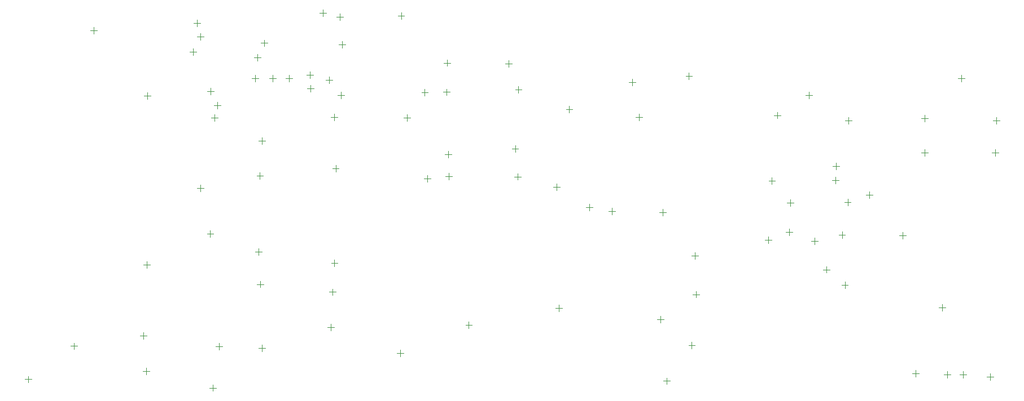
<source format=gbr>
%TF.GenerationSoftware,Altium Limited,Altium Designer,25.7.1 (20)*%
G04 Layer_Color=0*
%FSLAX45Y45*%
%MOMM*%
%TF.SameCoordinates,D8C98939-B5AC-4A14-9F93-74B2487226E3*%
%TF.FilePolarity,Positive*%
%TF.FileFunction,Other,Top_Component_Center*%
%TF.Part,Single*%
G01*
G75*
%TA.AperFunction,NonConductor*%
%ADD122C,0.10000*%
D122*
X7555000Y7047565D02*
X7655000D01*
X7605000Y6997565D02*
Y7097565D01*
X7537500Y8219998D02*
X7637500D01*
X7587500Y8169998D02*
Y8269998D01*
X15205064Y5390000D02*
Y5490000D01*
X15155064Y5440000D02*
X15255064D01*
X9140000Y7092999D02*
X9240000D01*
X9190000Y7042999D02*
Y7142999D01*
X9170000Y5824935D02*
X9270000D01*
X9220000Y5774935D02*
Y5874935D01*
X6347500Y4204937D02*
X6447500D01*
X6397500Y4154937D02*
Y4254937D01*
X4637500Y2899935D02*
X4737500D01*
X4687500Y2849935D02*
Y2949935D01*
X14102499Y6745000D02*
X14202499D01*
X14152499Y6695000D02*
Y6795000D01*
X16910187Y7247500D02*
Y7347500D01*
X16860187Y7297500D02*
X16960187D01*
X10840000Y5617500D02*
Y5717500D01*
X10790000Y5667500D02*
X10890000D01*
X10822500Y3847500D02*
X10922500D01*
X10872500Y3797500D02*
Y3897500D01*
X15982500Y4940000D02*
X16082500D01*
X16032500Y4890000D02*
Y4990000D01*
X16625002Y3805001D02*
Y3905001D01*
X16574998Y3854999D02*
X16674998D01*
X14837495Y4425000D02*
X14937495D01*
X14887498Y4374998D02*
Y4474997D01*
X15020000Y5717860D02*
Y5817860D01*
X14970003Y5767857D02*
X15070003D01*
X15162495Y4145005D02*
Y4245005D01*
X15112498Y4195003D02*
X15212498D01*
X12397501Y3627506D02*
Y3727506D01*
X12347504Y3677503D02*
X12447504D01*
X7622499Y7757439D02*
Y7857439D01*
X7572502Y7807437D02*
X7672502D01*
X7335357Y8232496D02*
Y8332495D01*
X7285355Y8282498D02*
X7385355D01*
X5597505Y7107499D02*
X5697504D01*
X5647502Y7057497D02*
Y7157496D01*
X14277502Y4987503D02*
X14377502D01*
X14327499Y4937501D02*
Y5037501D01*
X17419501Y6130003D02*
Y6230003D01*
X17369498Y6180000D02*
X17469498D01*
X17384499Y6667500D02*
X17484499D01*
X17434502Y6617503D02*
Y6717502D01*
X17342622Y2762499D02*
Y2862499D01*
X17292619Y2812501D02*
X17392619D01*
X16645625Y2844784D02*
X16745625D01*
X16695624Y2794787D02*
Y2894787D01*
X16937500Y2799786D02*
Y2899785D01*
X16887498Y2849783D02*
X16987497D01*
X4702501Y6984998D02*
Y7084998D01*
X4652499Y7035001D02*
X4752499D01*
X9214998Y6109995D02*
Y6209995D01*
X9165001Y6159998D02*
X9265001D01*
X8812500Y7090004D02*
X8912499D01*
X8862502Y7040001D02*
Y7140001D01*
X5635000Y2647498D02*
X5735000D01*
X5685003Y2597501D02*
Y2697500D01*
X11617503Y5302500D02*
X11717503D01*
X11667500Y5252498D02*
Y5352498D01*
X14292499Y5432501D02*
X14392499D01*
X14342500Y5382499D02*
Y5482499D01*
X13965001Y4872375D02*
X14065001D01*
X14014999Y4822378D02*
Y4922378D01*
X15219878Y6612499D02*
Y6712499D01*
X15169881Y6662501D02*
X15269881D01*
X14574998Y7045000D02*
X14674998D01*
X14625002Y6995002D02*
Y7095002D01*
X15530002Y5495000D02*
Y5595000D01*
X15480000Y5544998D02*
X15579999D01*
X14019643Y5759999D02*
X14119643D01*
X14069644Y5709996D02*
Y5809996D01*
X16175960Y2862499D02*
X16275958D01*
X16225961Y2812501D02*
Y2912501D01*
X14982504Y5977504D02*
X15082504D01*
X15032503Y5927507D02*
Y6027506D01*
X16312500Y6697502D02*
X16412500D01*
X16362502Y6647500D02*
Y6747500D01*
X16309503Y6179998D02*
X16409502D01*
X16359500Y6130000D02*
Y6230000D01*
X6422502Y3195003D02*
Y3295002D01*
X6372499Y3245000D02*
X6472499D01*
X12879646Y4052500D02*
X12979646D01*
X12929643Y4002497D02*
Y4102497D01*
X7457501Y4525005D02*
X7557501D01*
X7507498Y4475002D02*
Y4575002D01*
X6304783Y7615001D02*
X6404783D01*
X6354785Y7564999D02*
Y7664999D01*
X7452502Y3507496D02*
Y3607496D01*
X7402500Y3557499D02*
X7502500D01*
X5777499Y3222503D02*
Y3322503D01*
X5727497Y3272506D02*
X5827497D01*
X6454999Y7780000D02*
Y7879999D01*
X6405001Y7830002D02*
X6505001D01*
X6267501Y7297501D02*
X6367501D01*
X6317498Y7247499D02*
Y7347499D01*
X7147286Y7095002D02*
Y7195002D01*
X7097283Y7145000D02*
X7197283D01*
X6777502Y7297496D02*
X6877502D01*
X6827500Y7247499D02*
Y7347499D01*
X7142500Y7300001D02*
Y7400000D01*
X7092498Y7349998D02*
X7192498D01*
X7377501Y7275002D02*
X7477501D01*
X7427498Y7225000D02*
Y7324999D01*
X6532499Y7297501D02*
X6632499D01*
X6582501Y7247499D02*
Y7347499D01*
X3847500Y8017002D02*
X3947500D01*
X3897497Y7967004D02*
Y8067004D01*
X12867497Y3239999D02*
Y3339998D01*
X12817500Y3290001D02*
X12917500D01*
X4689998Y4447494D02*
Y4547494D01*
X4639996Y4497497D02*
X4739996D01*
X15070003Y4947498D02*
X15170003D01*
X15120000Y4897501D02*
Y4997501D01*
X14707500Y4805081D02*
Y4905080D01*
X14657497Y4855083D02*
X14757497D01*
X11327501Y5310002D02*
Y5410002D01*
X11277498Y5360005D02*
X11377498D01*
X12384649Y5282499D02*
X12484649D01*
X12434646Y5232502D02*
Y5332501D01*
X12913213Y4579991D02*
Y4679991D01*
X12863210Y4629993D02*
X12963210D01*
X12490003Y2700000D02*
Y2799999D01*
X12440001Y2749997D02*
X12540000D01*
X12075003Y6665001D02*
Y6765000D01*
X12025000Y6715003D02*
X12125000D01*
X12775001Y7332502D02*
X12875002D01*
X12824998Y7282500D02*
Y7382500D01*
X11924995Y7239996D02*
X12024995D01*
X11974998Y7189993D02*
Y7289993D01*
X10252500Y5772496D02*
Y5872496D01*
X10202503Y5822499D02*
X10302502D01*
X8547496Y6707500D02*
X8647496D01*
X8597499Y6657503D02*
Y6757502D01*
X8847501Y5790001D02*
X8947501D01*
X8897498Y5739999D02*
Y5839998D01*
X10217500Y6194999D02*
Y6294999D01*
X10167503Y6244996D02*
X10267502D01*
X11030000Y6787504D02*
Y6887503D01*
X10979998Y6837501D02*
X11079998D01*
X10267500Y7082500D02*
Y7182500D01*
X10217503Y7132503D02*
X10317503D01*
X10122499Y7467503D02*
Y7567503D01*
X10072502Y7517501D02*
X10172502D01*
X6367496Y6362146D02*
X6467495D01*
X6417498Y6312149D02*
Y6412149D01*
X7475205Y5945221D02*
X7575205D01*
X7525202Y5895218D02*
Y5995218D01*
X6339997Y5835000D02*
X6439997D01*
X6390000Y5784997D02*
Y5884997D01*
X7455002Y6712854D02*
X7555001D01*
X7504999Y6662857D02*
Y6762857D01*
X9522501Y3544997D02*
Y3644997D01*
X9472498Y3594999D02*
X9572498D01*
X8497499Y3120004D02*
Y3220004D01*
X8447496Y3170001D02*
X8547496D01*
X3600000Y3225000D02*
Y3324999D01*
X3550003Y3275002D02*
X3650002D01*
X7477501Y4037498D02*
Y4137497D01*
X7427504Y4087500D02*
X7527503D01*
X5644998Y4910003D02*
Y5010003D01*
X5595000Y4960000D02*
X5695000D01*
X6367501Y4645000D02*
Y4744999D01*
X6317503Y4694997D02*
X6417503D01*
X8507499Y8187504D02*
Y8287504D01*
X8457496Y8237501D02*
X8557496D01*
X9147500Y7532502D02*
X9247500D01*
X9197503Y7482500D02*
Y7582499D01*
X4590002Y3430002D02*
X4690002D01*
X4639999Y3379999D02*
Y3479999D01*
X2912496Y2724998D02*
Y2824998D01*
X2862499Y2775001D02*
X2962499D01*
X5395001Y8129996D02*
X5495000D01*
X5445003Y8079994D02*
Y8179994D01*
X5387503Y7650002D02*
Y7750002D01*
X5337500Y7700000D02*
X5437500D01*
X5659648Y6707500D02*
X5759648D01*
X5709646Y6657497D02*
Y6757497D01*
X5494825Y7877505D02*
Y7977505D01*
X5444822Y7927503D02*
X5544822D01*
X5752500Y6845000D02*
Y6945000D01*
X5702502Y6895002D02*
X5802502D01*
X5495006Y5602503D02*
Y5702503D01*
X5445003Y5652501D02*
X5545003D01*
%TF.MD5,6f7418fec24dfca5130705fe0c7e489d*%
M02*

</source>
